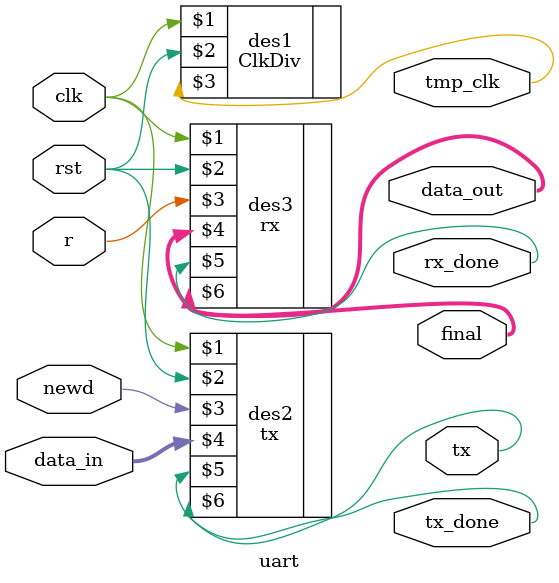
<source format=v>
`timescale 1ns / 1ps


module uart #(parameter freq=450_000_000, parameter baudrate=9600)(clk,rst,newd,data_in,r,tx,tx_done,data_out,final,rx_done,tmp_clk);
input clk,rst,newd,r;
input [7:0]data_in;
output tx,tx_done,rx_done,tmp_clk;
output [7:0]data_out,final;

ClkDiv #(freq,baudrate) des1(clk,rst,tmp_clk);
tx des2(clk,rst,newd,data_in,tx,tx_done);
rx des3(clk,rst,r,data_out,rx_done,final);



















endmodule

</source>
